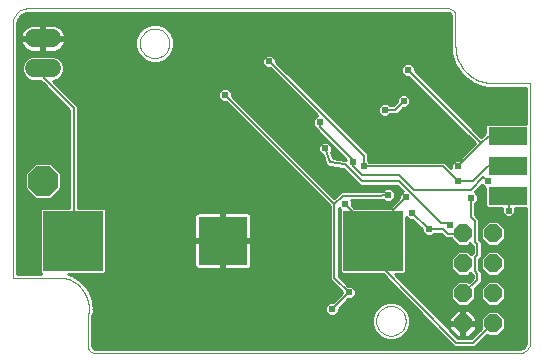
<source format=gtl>
G75*
%MOIN*%
%OFA0B0*%
%FSLAX24Y24*%
%IPPOS*%
%LPD*%
%AMOC8*
5,1,8,0,0,1.08239X$1,22.5*
%
%ADD10C,0.0000*%
%ADD11OC8,0.0600*%
%ADD12OC8,0.1000*%
%ADD13R,0.1300X0.0600*%
%ADD14R,0.1600X0.1600*%
%ADD15R,0.2000X0.2000*%
%ADD16C,0.0600*%
%ADD17C,0.0100*%
%ADD18C,0.0317*%
%ADD19C,0.0277*%
%ADD20C,0.0080*%
%ADD21C,0.0240*%
D10*
X002650Y000550D02*
X002650Y001550D01*
X002663Y001611D01*
X002673Y001672D01*
X002679Y001734D01*
X002681Y001797D01*
X002679Y001859D01*
X002674Y001921D01*
X002665Y001982D01*
X002652Y002043D01*
X002635Y002103D01*
X002615Y002162D01*
X002592Y002220D01*
X002564Y002276D01*
X002534Y002330D01*
X002500Y002383D01*
X002464Y002433D01*
X002424Y002481D01*
X002381Y002527D01*
X002336Y002569D01*
X002289Y002609D01*
X002238Y002647D01*
X002186Y002681D01*
X002132Y002711D01*
X002076Y002739D01*
X002019Y002763D01*
X001960Y002783D01*
X001900Y002800D01*
X000150Y002800D01*
X000150Y011406D01*
X000150Y011300D02*
X000152Y011344D01*
X000158Y011387D01*
X000167Y011429D01*
X000180Y011471D01*
X000197Y011511D01*
X000217Y011550D01*
X000240Y011587D01*
X000267Y011621D01*
X000296Y011654D01*
X000329Y011683D01*
X000363Y011710D01*
X000400Y011733D01*
X000439Y011753D01*
X000479Y011770D01*
X000521Y011783D01*
X000563Y011792D01*
X000606Y011798D01*
X000650Y011800D01*
X014650Y011800D01*
X014680Y011798D01*
X014710Y011793D01*
X014739Y011784D01*
X014766Y011771D01*
X014792Y011756D01*
X014816Y011737D01*
X014837Y011716D01*
X014856Y011692D01*
X014871Y011666D01*
X014884Y011639D01*
X014893Y011610D01*
X014898Y011580D01*
X014900Y011550D01*
X014900Y010550D01*
X014902Y010482D01*
X014907Y010415D01*
X014916Y010348D01*
X014929Y010281D01*
X014946Y010216D01*
X014965Y010151D01*
X014989Y010087D01*
X015016Y010025D01*
X015046Y009964D01*
X015079Y009906D01*
X015115Y009849D01*
X015155Y009794D01*
X015197Y009741D01*
X015243Y009690D01*
X015290Y009643D01*
X015341Y009597D01*
X015394Y009555D01*
X015449Y009515D01*
X015506Y009479D01*
X015564Y009446D01*
X015625Y009416D01*
X015687Y009389D01*
X015751Y009365D01*
X015816Y009346D01*
X015881Y009329D01*
X015948Y009316D01*
X016015Y009307D01*
X016082Y009302D01*
X016150Y009300D01*
X017400Y009300D01*
X017400Y000694D01*
X017398Y000655D01*
X017392Y000617D01*
X017383Y000580D01*
X017370Y000543D01*
X017353Y000508D01*
X017334Y000475D01*
X017311Y000444D01*
X017285Y000415D01*
X017256Y000389D01*
X017225Y000366D01*
X017192Y000347D01*
X017157Y000330D01*
X017120Y000317D01*
X017083Y000308D01*
X017045Y000302D01*
X017006Y000300D01*
X017150Y000300D02*
X002900Y000300D01*
X002870Y000302D01*
X002840Y000307D01*
X002811Y000316D01*
X002784Y000329D01*
X002758Y000344D01*
X002734Y000363D01*
X002713Y000384D01*
X002694Y000408D01*
X002679Y000434D01*
X002666Y000461D01*
X002657Y000490D01*
X002652Y000520D01*
X002650Y000550D01*
X012256Y001383D02*
X012258Y001427D01*
X012264Y001471D01*
X012274Y001514D01*
X012287Y001556D01*
X012305Y001596D01*
X012326Y001635D01*
X012350Y001672D01*
X012377Y001707D01*
X012408Y001739D01*
X012441Y001768D01*
X012477Y001794D01*
X012515Y001816D01*
X012555Y001835D01*
X012596Y001851D01*
X012639Y001863D01*
X012682Y001871D01*
X012726Y001875D01*
X012770Y001875D01*
X012814Y001871D01*
X012857Y001863D01*
X012900Y001851D01*
X012941Y001835D01*
X012981Y001816D01*
X013019Y001794D01*
X013055Y001768D01*
X013088Y001739D01*
X013119Y001707D01*
X013146Y001672D01*
X013170Y001635D01*
X013191Y001596D01*
X013209Y001556D01*
X013222Y001514D01*
X013232Y001471D01*
X013238Y001427D01*
X013240Y001383D01*
X013238Y001339D01*
X013232Y001295D01*
X013222Y001252D01*
X013209Y001210D01*
X013191Y001170D01*
X013170Y001131D01*
X013146Y001094D01*
X013119Y001059D01*
X013088Y001027D01*
X013055Y000998D01*
X013019Y000972D01*
X012981Y000950D01*
X012941Y000931D01*
X012900Y000915D01*
X012857Y000903D01*
X012814Y000895D01*
X012770Y000891D01*
X012726Y000891D01*
X012682Y000895D01*
X012639Y000903D01*
X012596Y000915D01*
X012555Y000931D01*
X012515Y000950D01*
X012477Y000972D01*
X012441Y000998D01*
X012408Y001027D01*
X012377Y001059D01*
X012350Y001094D01*
X012326Y001131D01*
X012305Y001170D01*
X012287Y001210D01*
X012274Y001252D01*
X012264Y001295D01*
X012258Y001339D01*
X012256Y001383D01*
X004382Y010635D02*
X004384Y010679D01*
X004390Y010723D01*
X004400Y010766D01*
X004413Y010808D01*
X004431Y010848D01*
X004452Y010887D01*
X004476Y010924D01*
X004503Y010959D01*
X004534Y010991D01*
X004567Y011020D01*
X004603Y011046D01*
X004641Y011068D01*
X004681Y011087D01*
X004722Y011103D01*
X004765Y011115D01*
X004808Y011123D01*
X004852Y011127D01*
X004896Y011127D01*
X004940Y011123D01*
X004983Y011115D01*
X005026Y011103D01*
X005067Y011087D01*
X005107Y011068D01*
X005145Y011046D01*
X005181Y011020D01*
X005214Y010991D01*
X005245Y010959D01*
X005272Y010924D01*
X005296Y010887D01*
X005317Y010848D01*
X005335Y010808D01*
X005348Y010766D01*
X005358Y010723D01*
X005364Y010679D01*
X005366Y010635D01*
X005364Y010591D01*
X005358Y010547D01*
X005348Y010504D01*
X005335Y010462D01*
X005317Y010422D01*
X005296Y010383D01*
X005272Y010346D01*
X005245Y010311D01*
X005214Y010279D01*
X005181Y010250D01*
X005145Y010224D01*
X005107Y010202D01*
X005067Y010183D01*
X005026Y010167D01*
X004983Y010155D01*
X004940Y010147D01*
X004896Y010143D01*
X004852Y010143D01*
X004808Y010147D01*
X004765Y010155D01*
X004722Y010167D01*
X004681Y010183D01*
X004641Y010202D01*
X004603Y010224D01*
X004567Y010250D01*
X004534Y010279D01*
X004503Y010311D01*
X004476Y010346D01*
X004452Y010383D01*
X004431Y010422D01*
X004413Y010462D01*
X004400Y010504D01*
X004390Y010547D01*
X004384Y010591D01*
X004382Y010635D01*
D11*
X015150Y004300D03*
X016150Y004300D03*
X016150Y003300D03*
X015150Y003300D03*
X015150Y002300D03*
X016150Y002300D03*
X016150Y001300D03*
X015150Y001300D03*
D12*
X001150Y006050D03*
D13*
X016650Y005550D03*
X016650Y006550D03*
X016650Y007550D03*
D14*
X007150Y004050D03*
D15*
X002150Y004050D03*
X012150Y004050D03*
D16*
X001450Y009800D02*
X000850Y009800D01*
X000850Y010800D02*
X001450Y010800D01*
D17*
X001200Y010840D02*
X004264Y010840D01*
X004232Y010762D02*
X004232Y010507D01*
X004330Y010271D01*
X004511Y010090D01*
X004747Y009993D01*
X005002Y009993D01*
X005238Y010090D01*
X005419Y010271D01*
X005517Y010507D01*
X005517Y010762D01*
X005419Y010998D01*
X005238Y011179D01*
X005002Y011277D01*
X004747Y011277D01*
X004511Y011179D01*
X004330Y010998D01*
X004232Y010762D01*
X004232Y010741D02*
X001896Y010741D01*
X001898Y010750D02*
X001200Y010750D01*
X001200Y010850D01*
X001100Y010850D01*
X001100Y011250D01*
X000815Y011250D01*
X000745Y011239D01*
X000677Y011217D01*
X000614Y011185D01*
X000557Y011143D01*
X000507Y011093D01*
X000465Y011036D01*
X000433Y010973D01*
X000411Y010905D01*
X000402Y010850D01*
X001100Y010850D01*
X001100Y010750D01*
X001200Y010750D01*
X001200Y010350D01*
X001485Y010350D01*
X001555Y010361D01*
X001623Y010383D01*
X001686Y010415D01*
X001743Y010457D01*
X001793Y010507D01*
X001835Y010564D01*
X001867Y010627D01*
X001889Y010695D01*
X001898Y010750D01*
X001898Y010850D02*
X001889Y010905D01*
X001867Y010973D01*
X001835Y011036D01*
X001793Y011093D01*
X001743Y011143D01*
X001686Y011185D01*
X001623Y011217D01*
X001555Y011239D01*
X001485Y011250D01*
X001200Y011250D01*
X001200Y010850D01*
X001898Y010850D01*
X001878Y010938D02*
X004305Y010938D01*
X004368Y011037D02*
X001834Y011037D01*
X001751Y011135D02*
X004467Y011135D01*
X004642Y011234D02*
X001572Y011234D01*
X001200Y011234D02*
X001100Y011234D01*
X001100Y011135D02*
X001200Y011135D01*
X001200Y011037D02*
X001100Y011037D01*
X001100Y010938D02*
X001200Y010938D01*
X001100Y010840D02*
X000300Y010840D01*
X000300Y010938D02*
X000422Y010938D01*
X000466Y011037D02*
X000300Y011037D01*
X000300Y011135D02*
X000549Y011135D01*
X000728Y011234D02*
X000300Y011234D01*
X000300Y011300D02*
X000307Y011368D01*
X000359Y011494D01*
X000456Y011591D01*
X000582Y011643D01*
X000650Y011650D01*
X014650Y011650D01*
X014676Y011647D01*
X014721Y011621D01*
X014747Y011576D01*
X014750Y011550D01*
X014750Y010328D01*
X014887Y009906D01*
X015148Y009548D01*
X015506Y009287D01*
X015506Y009287D01*
X015928Y009150D01*
X017250Y009150D01*
X017250Y007960D01*
X015954Y007960D01*
X015890Y007896D01*
X015890Y007642D01*
X015820Y007572D01*
X015760Y007512D01*
X013540Y009732D01*
X013540Y009845D01*
X013405Y009980D01*
X013215Y009980D01*
X013080Y009845D01*
X013080Y009655D01*
X013215Y009520D01*
X013328Y009520D01*
X015548Y007300D01*
X015008Y006760D01*
X014895Y006760D01*
X014760Y006625D01*
X014760Y006482D01*
X014562Y006680D01*
X012015Y006680D01*
X011990Y006705D01*
X011990Y006942D01*
X011902Y007030D01*
X008920Y010012D01*
X008920Y010125D01*
X008785Y010260D01*
X008595Y010260D01*
X008460Y010125D01*
X008460Y009935D01*
X008595Y009800D01*
X008708Y009800D01*
X010278Y008230D01*
X010275Y008230D01*
X010140Y008095D01*
X010140Y007905D01*
X010220Y007825D01*
X010220Y007798D01*
X011260Y006758D01*
X011260Y006750D01*
X011220Y006750D01*
X010824Y006805D01*
X010761Y007003D01*
X010792Y007035D01*
X010792Y007225D01*
X010658Y007360D01*
X010467Y007360D01*
X010333Y007225D01*
X010333Y007035D01*
X010467Y006900D01*
X010479Y006900D01*
X010557Y006657D01*
X010553Y006629D01*
X010575Y006600D01*
X010586Y006565D01*
X010611Y006552D01*
X010628Y006530D01*
X010664Y006525D01*
X010697Y006508D01*
X010723Y006517D01*
X011139Y006458D01*
X011620Y005978D01*
X011708Y005890D01*
X012968Y005890D01*
X013148Y005710D01*
X013030Y005592D01*
X013030Y005479D01*
X012711Y005160D01*
X011532Y005160D01*
X011440Y005252D01*
X011440Y005365D01*
X011405Y005400D01*
X012203Y005400D01*
X012206Y005397D01*
X012264Y005400D01*
X012322Y005400D01*
X012326Y005403D01*
X012492Y005413D01*
X012562Y005343D01*
X012753Y005343D01*
X012887Y005477D01*
X012887Y005668D01*
X012753Y005802D01*
X012562Y005802D01*
X012472Y005712D01*
X012256Y005700D01*
X011078Y005700D01*
X010860Y005482D01*
X007450Y008892D01*
X007450Y009005D01*
X007315Y009140D01*
X007125Y009140D01*
X006990Y009005D01*
X006990Y008815D01*
X007125Y008680D01*
X007238Y008680D01*
X010710Y005208D01*
X010710Y002758D01*
X011120Y002348D01*
X011120Y002312D01*
X010808Y002000D01*
X010695Y002000D01*
X010560Y001865D01*
X010560Y001675D01*
X010695Y001540D01*
X010885Y001540D01*
X011020Y001675D01*
X011020Y001788D01*
X011332Y002100D01*
X011445Y002100D01*
X011580Y002235D01*
X011580Y002425D01*
X011445Y002560D01*
X011332Y002560D01*
X011010Y002882D01*
X011010Y005145D01*
X011050Y005105D01*
X011040Y005096D01*
X011040Y003004D01*
X011104Y002940D01*
X012474Y002940D01*
X014770Y000589D01*
X014770Y000588D01*
X014813Y000545D01*
X014856Y000501D01*
X014857Y000501D01*
X014858Y000500D01*
X014919Y000500D01*
X014980Y000499D01*
X014981Y000500D01*
X015542Y000500D01*
X015956Y000914D01*
X015980Y000890D01*
X016320Y000890D01*
X016560Y001130D01*
X016560Y001470D01*
X016320Y001710D01*
X015980Y001710D01*
X015740Y001470D01*
X015740Y001130D01*
X015744Y001126D01*
X015418Y000800D01*
X014983Y000800D01*
X012893Y002940D01*
X013196Y002940D01*
X013260Y003004D01*
X013260Y004855D01*
X013355Y004760D01*
X013468Y004760D01*
X013780Y004448D01*
X013780Y004335D01*
X013915Y004200D01*
X014105Y004200D01*
X014185Y004280D01*
X014438Y004280D01*
X014490Y004228D01*
X014578Y004140D01*
X014740Y004140D01*
X014740Y004130D01*
X014980Y003890D01*
X015320Y003890D01*
X015400Y003970D01*
X015400Y003948D01*
X015470Y003878D01*
X015470Y003652D01*
X015424Y003606D01*
X015320Y003710D01*
X014980Y003710D01*
X014740Y003470D01*
X014740Y003130D01*
X014980Y002890D01*
X015320Y002890D01*
X015400Y002970D01*
X015400Y002968D01*
X015470Y002898D01*
X015470Y002812D01*
X015344Y002686D01*
X015320Y002710D01*
X014980Y002710D01*
X014740Y002470D01*
X014740Y002130D01*
X014980Y001890D01*
X015320Y001890D01*
X015560Y002130D01*
X015560Y002470D01*
X015556Y002474D01*
X015770Y002688D01*
X015770Y003022D01*
X015700Y003092D01*
X015700Y003458D01*
X015770Y003528D01*
X015770Y004002D01*
X015700Y004072D01*
X015700Y004772D01*
X015612Y004860D01*
X015560Y004912D01*
X015560Y005305D01*
X015640Y005385D01*
X015640Y005575D01*
X015539Y005677D01*
X015560Y005698D01*
X015773Y005911D01*
X015875Y005810D01*
X015890Y005810D01*
X015890Y005204D01*
X015954Y005140D01*
X016440Y005140D01*
X016440Y004965D01*
X016575Y004830D01*
X016765Y004830D01*
X016900Y004965D01*
X016900Y005140D01*
X017250Y005140D01*
X017250Y000694D01*
X015736Y000694D01*
X015638Y000596D02*
X017224Y000596D01*
X017209Y000558D02*
X017142Y000491D01*
X017054Y000455D01*
X017006Y000450D01*
X002900Y000450D01*
X002874Y000453D01*
X002829Y000479D01*
X002803Y000524D01*
X002800Y000550D01*
X002800Y001532D01*
X002841Y001695D01*
X002815Y002068D01*
X002815Y002068D01*
X002675Y002415D01*
X002675Y002415D01*
X002435Y002702D01*
X002118Y002900D01*
X002118Y002900D01*
X001977Y002935D01*
X001972Y002940D01*
X003196Y002940D01*
X003260Y003004D01*
X003260Y005096D01*
X003196Y005160D01*
X002330Y005160D01*
X002330Y008552D01*
X001492Y009390D01*
X001532Y009390D01*
X001682Y009452D01*
X001798Y009568D01*
X001860Y009718D01*
X001860Y009882D01*
X001798Y010032D01*
X001682Y010148D01*
X001532Y010210D01*
X000768Y010210D01*
X000618Y010148D01*
X000502Y010032D01*
X000440Y009882D01*
X000440Y009718D01*
X000502Y009568D01*
X000618Y009452D01*
X000768Y009390D01*
X001068Y009390D01*
X001138Y009320D01*
X002030Y008428D01*
X002030Y005160D01*
X001104Y005160D01*
X001040Y005096D01*
X001040Y003004D01*
X001094Y002950D01*
X000300Y002950D01*
X000300Y011300D01*
X000303Y011332D02*
X014750Y011332D01*
X014750Y011234D02*
X005107Y011234D01*
X005282Y011135D02*
X014750Y011135D01*
X014750Y011037D02*
X005381Y011037D01*
X005444Y010938D02*
X014750Y010938D01*
X014750Y010840D02*
X005485Y010840D01*
X005517Y010741D02*
X014750Y010741D01*
X014750Y010643D02*
X005517Y010643D01*
X005517Y010544D02*
X014750Y010544D01*
X014750Y010446D02*
X005491Y010446D01*
X005450Y010347D02*
X014750Y010347D01*
X014776Y010249D02*
X008797Y010249D01*
X008895Y010150D02*
X014808Y010150D01*
X014840Y010052D02*
X008920Y010052D01*
X008979Y009953D02*
X013188Y009953D01*
X013089Y009855D02*
X009078Y009855D01*
X009176Y009756D02*
X013080Y009756D01*
X013080Y009658D02*
X009275Y009658D01*
X009373Y009559D02*
X013176Y009559D01*
X013387Y009461D02*
X009472Y009461D01*
X009570Y009362D02*
X013486Y009362D01*
X013584Y009264D02*
X009669Y009264D01*
X009767Y009165D02*
X013683Y009165D01*
X013781Y009067D02*
X009866Y009067D01*
X009964Y008968D02*
X013880Y008968D01*
X013978Y008870D02*
X013326Y008870D01*
X013265Y008930D02*
X013075Y008930D01*
X012940Y008795D01*
X012940Y008682D01*
X012828Y008570D01*
X012715Y008570D01*
X012635Y008650D01*
X012445Y008650D01*
X012310Y008515D01*
X012310Y008325D01*
X012445Y008190D01*
X012635Y008190D01*
X012715Y008270D01*
X012952Y008270D01*
X013040Y008358D01*
X013152Y008470D01*
X013265Y008470D01*
X013400Y008605D01*
X013400Y008795D01*
X013265Y008930D01*
X013400Y008771D02*
X014077Y008771D01*
X014175Y008673D02*
X013400Y008673D01*
X013369Y008574D02*
X014274Y008574D01*
X014372Y008476D02*
X013271Y008476D01*
X013059Y008377D02*
X014471Y008377D01*
X014569Y008279D02*
X012961Y008279D01*
X012832Y008574D02*
X012711Y008574D01*
X012930Y008673D02*
X010260Y008673D01*
X010161Y008771D02*
X012940Y008771D01*
X013014Y008870D02*
X010063Y008870D01*
X009835Y008673D02*
X007670Y008673D01*
X007571Y008771D02*
X009737Y008771D01*
X009638Y008870D02*
X007473Y008870D01*
X007450Y008968D02*
X009540Y008968D01*
X009441Y009067D02*
X007389Y009067D01*
X007051Y009067D02*
X001816Y009067D01*
X001717Y009165D02*
X009343Y009165D01*
X009244Y009264D02*
X001619Y009264D01*
X001520Y009362D02*
X009146Y009362D01*
X009047Y009461D02*
X001690Y009461D01*
X001789Y009559D02*
X008949Y009559D01*
X008850Y009658D02*
X001835Y009658D01*
X001860Y009756D02*
X008752Y009756D01*
X008540Y009855D02*
X001860Y009855D01*
X001830Y009953D02*
X008460Y009953D01*
X008460Y010052D02*
X005145Y010052D01*
X005298Y010150D02*
X008485Y010150D01*
X008583Y010249D02*
X005396Y010249D01*
X004604Y010052D02*
X001778Y010052D01*
X001676Y010150D02*
X004451Y010150D01*
X004352Y010249D02*
X000300Y010249D01*
X000300Y010347D02*
X004299Y010347D01*
X004258Y010446D02*
X001728Y010446D01*
X001820Y010544D02*
X004232Y010544D01*
X004232Y010643D02*
X001872Y010643D01*
X001200Y010643D02*
X001100Y010643D01*
X001100Y010741D02*
X001200Y010741D01*
X001100Y010750D02*
X001100Y010350D01*
X000815Y010350D01*
X000745Y010361D01*
X000677Y010383D01*
X000614Y010415D01*
X000557Y010457D01*
X000507Y010507D01*
X000465Y010564D01*
X000433Y010627D01*
X000411Y010695D01*
X000402Y010750D01*
X001100Y010750D01*
X001100Y010544D02*
X001200Y010544D01*
X001200Y010446D02*
X001100Y010446D01*
X000572Y010446D02*
X000300Y010446D01*
X000300Y010544D02*
X000480Y010544D01*
X000428Y010643D02*
X000300Y010643D01*
X000300Y010741D02*
X000404Y010741D01*
X000300Y010150D02*
X000624Y010150D01*
X000522Y010052D02*
X000300Y010052D01*
X000300Y009953D02*
X000470Y009953D01*
X000440Y009855D02*
X000300Y009855D01*
X000300Y009756D02*
X000440Y009756D01*
X000465Y009658D02*
X000300Y009658D01*
X000300Y009559D02*
X000511Y009559D01*
X000610Y009461D02*
X000300Y009461D01*
X000300Y009362D02*
X001096Y009362D01*
X001194Y009264D02*
X000300Y009264D01*
X000300Y009165D02*
X001293Y009165D01*
X001391Y009067D02*
X000300Y009067D01*
X000300Y008968D02*
X001490Y008968D01*
X001588Y008870D02*
X000300Y008870D01*
X000300Y008771D02*
X001687Y008771D01*
X001785Y008673D02*
X000300Y008673D01*
X000300Y008574D02*
X001884Y008574D01*
X001982Y008476D02*
X000300Y008476D01*
X000300Y008377D02*
X002030Y008377D01*
X002030Y008279D02*
X000300Y008279D01*
X000300Y008180D02*
X002030Y008180D01*
X002030Y008082D02*
X000300Y008082D01*
X000300Y007983D02*
X002030Y007983D01*
X002030Y007885D02*
X000300Y007885D01*
X000300Y007786D02*
X002030Y007786D01*
X002030Y007688D02*
X000300Y007688D01*
X000300Y007589D02*
X002030Y007589D01*
X002030Y007491D02*
X000300Y007491D01*
X000300Y007392D02*
X002030Y007392D01*
X002030Y007294D02*
X000300Y007294D01*
X000300Y007195D02*
X002030Y007195D01*
X002030Y007097D02*
X000300Y007097D01*
X000300Y006998D02*
X002030Y006998D01*
X002030Y006900D02*
X000300Y006900D01*
X000300Y006801D02*
X002030Y006801D01*
X002030Y006703D02*
X000300Y006703D01*
X000300Y006604D02*
X000841Y006604D01*
X000897Y006660D02*
X000540Y006303D01*
X000540Y005797D01*
X000897Y005440D01*
X001403Y005440D01*
X001760Y005797D01*
X001760Y006303D01*
X001403Y006660D01*
X000897Y006660D01*
X000743Y006506D02*
X000300Y006506D01*
X000300Y006407D02*
X000644Y006407D01*
X000546Y006309D02*
X000300Y006309D01*
X000300Y006210D02*
X000540Y006210D01*
X000540Y006112D02*
X000300Y006112D01*
X000300Y006013D02*
X000540Y006013D01*
X000540Y005915D02*
X000300Y005915D01*
X000300Y005816D02*
X000540Y005816D01*
X000620Y005718D02*
X000300Y005718D01*
X000300Y005619D02*
X000718Y005619D01*
X000817Y005521D02*
X000300Y005521D01*
X000300Y005422D02*
X002030Y005422D01*
X002030Y005324D02*
X000300Y005324D01*
X000300Y005225D02*
X002030Y005225D01*
X002330Y005225D02*
X010693Y005225D01*
X010710Y005127D02*
X003229Y005127D01*
X003260Y005028D02*
X010710Y005028D01*
X010710Y004930D02*
X008077Y004930D01*
X008070Y004942D02*
X008042Y004970D01*
X008008Y004990D01*
X007970Y005000D01*
X007200Y005000D01*
X007200Y004100D01*
X007100Y004100D01*
X007100Y005000D01*
X006330Y005000D01*
X006292Y004990D01*
X006258Y004970D01*
X006230Y004942D01*
X006210Y004908D01*
X006200Y004870D01*
X006200Y004100D01*
X007100Y004100D01*
X007100Y004000D01*
X006200Y004000D01*
X006200Y003230D01*
X006210Y003192D01*
X006230Y003158D01*
X006258Y003130D01*
X006292Y003110D01*
X006330Y003100D01*
X007100Y003100D01*
X007100Y004000D01*
X007200Y004000D01*
X007200Y004100D01*
X008100Y004100D01*
X008100Y004870D01*
X008090Y004908D01*
X008070Y004942D01*
X008100Y004831D02*
X010710Y004831D01*
X010710Y004733D02*
X008100Y004733D01*
X008100Y004634D02*
X010710Y004634D01*
X010710Y004536D02*
X008100Y004536D01*
X008100Y004437D02*
X010710Y004437D01*
X010710Y004339D02*
X008100Y004339D01*
X008100Y004240D02*
X010710Y004240D01*
X010710Y004142D02*
X008100Y004142D01*
X008100Y004000D02*
X007200Y004000D01*
X007200Y003100D01*
X007970Y003100D01*
X008008Y003110D01*
X008042Y003130D01*
X008070Y003158D01*
X008090Y003192D01*
X008100Y003230D01*
X008100Y004000D01*
X008100Y003945D02*
X010710Y003945D01*
X010710Y004043D02*
X007200Y004043D01*
X007200Y003945D02*
X007100Y003945D01*
X007100Y004043D02*
X003260Y004043D01*
X003260Y003945D02*
X006200Y003945D01*
X006200Y003846D02*
X003260Y003846D01*
X003260Y003748D02*
X006200Y003748D01*
X006200Y003649D02*
X003260Y003649D01*
X003260Y003551D02*
X006200Y003551D01*
X006200Y003452D02*
X003260Y003452D01*
X003260Y003354D02*
X006200Y003354D01*
X006200Y003255D02*
X003260Y003255D01*
X003260Y003157D02*
X006231Y003157D01*
X007100Y003157D02*
X007200Y003157D01*
X007200Y003255D02*
X007100Y003255D01*
X007100Y003354D02*
X007200Y003354D01*
X007200Y003452D02*
X007100Y003452D01*
X007100Y003551D02*
X007200Y003551D01*
X007200Y003649D02*
X007100Y003649D01*
X007100Y003748D02*
X007200Y003748D01*
X007200Y003846D02*
X007100Y003846D01*
X007100Y004142D02*
X007200Y004142D01*
X007200Y004240D02*
X007100Y004240D01*
X007100Y004339D02*
X007200Y004339D01*
X007200Y004437D02*
X007100Y004437D01*
X007100Y004536D02*
X007200Y004536D01*
X007200Y004634D02*
X007100Y004634D01*
X007100Y004733D02*
X007200Y004733D01*
X007200Y004831D02*
X007100Y004831D01*
X007100Y004930D02*
X007200Y004930D01*
X006223Y004930D02*
X003260Y004930D01*
X003260Y004831D02*
X006200Y004831D01*
X006200Y004733D02*
X003260Y004733D01*
X003260Y004634D02*
X006200Y004634D01*
X006200Y004536D02*
X003260Y004536D01*
X003260Y004437D02*
X006200Y004437D01*
X006200Y004339D02*
X003260Y004339D01*
X003260Y004240D02*
X006200Y004240D01*
X006200Y004142D02*
X003260Y004142D01*
X003260Y003058D02*
X010710Y003058D01*
X010710Y002960D02*
X003215Y002960D01*
X002632Y002467D02*
X011001Y002467D01*
X011099Y002369D02*
X002694Y002369D01*
X002734Y002270D02*
X011078Y002270D01*
X010979Y002172D02*
X002773Y002172D01*
X002813Y002073D02*
X010881Y002073D01*
X011207Y001975D02*
X012499Y001975D01*
X012385Y001927D02*
X012621Y002025D01*
X012876Y002025D01*
X013112Y001927D01*
X013293Y001746D01*
X013391Y001510D01*
X013391Y001255D01*
X013293Y001019D01*
X013112Y000838D01*
X012876Y000741D01*
X012621Y000741D01*
X012385Y000838D01*
X012204Y001019D01*
X012106Y001255D01*
X012106Y001510D01*
X012204Y001746D01*
X012385Y001927D01*
X012334Y001876D02*
X011108Y001876D01*
X011020Y001778D02*
X012235Y001778D01*
X012176Y001679D02*
X011020Y001679D01*
X010926Y001581D02*
X012135Y001581D01*
X012106Y001482D02*
X002800Y001482D01*
X002800Y001384D02*
X012106Y001384D01*
X012106Y001285D02*
X002800Y001285D01*
X002800Y001187D02*
X012135Y001187D01*
X012175Y001088D02*
X002800Y001088D01*
X002800Y000990D02*
X012233Y000990D01*
X012332Y000891D02*
X002800Y000891D01*
X002800Y000793D02*
X012495Y000793D01*
X013002Y000793D02*
X014571Y000793D01*
X014475Y000891D02*
X013165Y000891D01*
X013263Y000990D02*
X014379Y000990D01*
X014283Y001088D02*
X013321Y001088D01*
X013362Y001187D02*
X014186Y001187D01*
X014090Y001285D02*
X013391Y001285D01*
X013391Y001384D02*
X013994Y001384D01*
X013898Y001482D02*
X013391Y001482D01*
X013362Y001581D02*
X013802Y001581D01*
X013705Y001679D02*
X013321Y001679D01*
X013262Y001778D02*
X013609Y001778D01*
X013513Y001876D02*
X013163Y001876D01*
X012998Y001975D02*
X013417Y001975D01*
X013321Y002073D02*
X011305Y002073D01*
X011517Y002172D02*
X013224Y002172D01*
X013128Y002270D02*
X011580Y002270D01*
X011580Y002369D02*
X013032Y002369D01*
X012936Y002467D02*
X011538Y002467D01*
X011327Y002566D02*
X012840Y002566D01*
X012744Y002664D02*
X011228Y002664D01*
X011130Y002763D02*
X012647Y002763D01*
X012551Y002861D02*
X011031Y002861D01*
X011010Y002960D02*
X011085Y002960D01*
X011040Y003058D02*
X011010Y003058D01*
X011010Y003157D02*
X011040Y003157D01*
X011040Y003255D02*
X011010Y003255D01*
X011010Y003354D02*
X011040Y003354D01*
X011040Y003452D02*
X011010Y003452D01*
X011010Y003551D02*
X011040Y003551D01*
X011040Y003649D02*
X011010Y003649D01*
X011010Y003748D02*
X011040Y003748D01*
X011040Y003846D02*
X011010Y003846D01*
X011010Y003945D02*
X011040Y003945D01*
X011040Y004043D02*
X011010Y004043D01*
X011010Y004142D02*
X011040Y004142D01*
X011040Y004240D02*
X011010Y004240D01*
X011010Y004339D02*
X011040Y004339D01*
X011040Y004437D02*
X011010Y004437D01*
X011010Y004536D02*
X011040Y004536D01*
X011040Y004634D02*
X011010Y004634D01*
X011010Y004733D02*
X011040Y004733D01*
X011040Y004831D02*
X011010Y004831D01*
X011010Y004930D02*
X011040Y004930D01*
X011040Y005028D02*
X011010Y005028D01*
X011010Y005127D02*
X011028Y005127D01*
X010594Y005324D02*
X002330Y005324D01*
X002330Y005422D02*
X010496Y005422D01*
X010397Y005521D02*
X002330Y005521D01*
X002330Y005619D02*
X010299Y005619D01*
X010200Y005718D02*
X002330Y005718D01*
X002330Y005816D02*
X010102Y005816D01*
X010003Y005915D02*
X002330Y005915D01*
X002330Y006013D02*
X009905Y006013D01*
X009806Y006112D02*
X002330Y006112D01*
X002330Y006210D02*
X009708Y006210D01*
X009609Y006309D02*
X002330Y006309D01*
X002330Y006407D02*
X009511Y006407D01*
X009412Y006506D02*
X002330Y006506D01*
X002330Y006604D02*
X009314Y006604D01*
X009215Y006703D02*
X002330Y006703D01*
X002330Y006801D02*
X009117Y006801D01*
X009018Y006900D02*
X002330Y006900D01*
X002330Y006998D02*
X008920Y006998D01*
X008821Y007097D02*
X002330Y007097D01*
X002330Y007195D02*
X008723Y007195D01*
X008624Y007294D02*
X002330Y007294D01*
X002330Y007392D02*
X008526Y007392D01*
X008427Y007491D02*
X002330Y007491D01*
X002330Y007589D02*
X008329Y007589D01*
X008230Y007688D02*
X002330Y007688D01*
X002330Y007786D02*
X008132Y007786D01*
X008033Y007885D02*
X002330Y007885D01*
X002330Y007983D02*
X007935Y007983D01*
X007836Y008082D02*
X002330Y008082D01*
X002330Y008180D02*
X007738Y008180D01*
X007639Y008279D02*
X002330Y008279D01*
X002330Y008377D02*
X007541Y008377D01*
X007442Y008476D02*
X002330Y008476D01*
X002308Y008574D02*
X007344Y008574D01*
X007245Y008673D02*
X002210Y008673D01*
X002111Y008771D02*
X007034Y008771D01*
X006990Y008870D02*
X002013Y008870D01*
X001914Y008968D02*
X006990Y008968D01*
X007768Y008574D02*
X009934Y008574D01*
X010032Y008476D02*
X007867Y008476D01*
X007965Y008377D02*
X010131Y008377D01*
X010229Y008279D02*
X008064Y008279D01*
X008162Y008180D02*
X010225Y008180D01*
X010140Y008082D02*
X008261Y008082D01*
X008359Y007983D02*
X010140Y007983D01*
X010160Y007885D02*
X008458Y007885D01*
X008556Y007786D02*
X010232Y007786D01*
X010330Y007688D02*
X008655Y007688D01*
X008753Y007589D02*
X010429Y007589D01*
X010527Y007491D02*
X008852Y007491D01*
X008950Y007392D02*
X010626Y007392D01*
X010724Y007294D02*
X010724Y007294D01*
X010792Y007195D02*
X010823Y007195D01*
X010792Y007097D02*
X010921Y007097D01*
X011020Y006998D02*
X010762Y006998D01*
X010794Y006900D02*
X011118Y006900D01*
X011217Y006801D02*
X010856Y006801D01*
X010542Y006703D02*
X009640Y006703D01*
X009541Y006801D02*
X010510Y006801D01*
X010479Y006900D02*
X009443Y006900D01*
X009344Y006998D02*
X010369Y006998D01*
X010333Y007097D02*
X009246Y007097D01*
X009147Y007195D02*
X010333Y007195D01*
X010401Y007294D02*
X009049Y007294D01*
X009738Y006604D02*
X010572Y006604D01*
X010803Y006506D02*
X009837Y006506D01*
X009935Y006407D02*
X011191Y006407D01*
X011289Y006309D02*
X010034Y006309D01*
X010132Y006210D02*
X011388Y006210D01*
X011486Y006112D02*
X010231Y006112D01*
X010329Y006013D02*
X011585Y006013D01*
X011683Y005915D02*
X010428Y005915D01*
X010526Y005816D02*
X013042Y005816D01*
X013140Y005718D02*
X012838Y005718D01*
X012887Y005619D02*
X013057Y005619D01*
X013030Y005521D02*
X012887Y005521D01*
X012832Y005422D02*
X012973Y005422D01*
X012875Y005324D02*
X011440Y005324D01*
X011467Y005225D02*
X012776Y005225D01*
X013260Y004831D02*
X013284Y004831D01*
X013260Y004733D02*
X013495Y004733D01*
X013594Y004634D02*
X013260Y004634D01*
X013260Y004536D02*
X013692Y004536D01*
X013780Y004437D02*
X013260Y004437D01*
X013260Y004339D02*
X013780Y004339D01*
X013875Y004240D02*
X013260Y004240D01*
X013260Y004142D02*
X014576Y004142D01*
X014478Y004240D02*
X014145Y004240D01*
X014827Y004043D02*
X013260Y004043D01*
X013260Y003945D02*
X014926Y003945D01*
X014919Y003649D02*
X013260Y003649D01*
X013260Y003551D02*
X014821Y003551D01*
X014740Y003452D02*
X013260Y003452D01*
X013260Y003354D02*
X014740Y003354D01*
X014740Y003255D02*
X013260Y003255D01*
X013260Y003157D02*
X014740Y003157D01*
X014812Y003058D02*
X013260Y003058D01*
X013215Y002960D02*
X014911Y002960D01*
X014934Y002664D02*
X013163Y002664D01*
X013259Y002566D02*
X014836Y002566D01*
X014740Y002467D02*
X013355Y002467D01*
X013451Y002369D02*
X014740Y002369D01*
X014740Y002270D02*
X013548Y002270D01*
X013644Y002172D02*
X014740Y002172D01*
X014797Y002073D02*
X013740Y002073D01*
X013836Y001975D02*
X014896Y001975D01*
X014964Y001750D02*
X014700Y001486D01*
X014700Y001350D01*
X015100Y001350D01*
X015100Y001750D01*
X014964Y001750D01*
X014893Y001679D02*
X014125Y001679D01*
X014221Y001581D02*
X014794Y001581D01*
X014700Y001482D02*
X014317Y001482D01*
X014413Y001384D02*
X014700Y001384D01*
X014700Y001250D02*
X014700Y001114D01*
X014964Y000850D01*
X015100Y000850D01*
X015100Y001250D01*
X014700Y001250D01*
X014700Y001187D02*
X014606Y001187D01*
X014510Y001285D02*
X015100Y001285D01*
X015100Y001250D02*
X015100Y001350D01*
X015200Y001350D01*
X015200Y001750D01*
X015336Y001750D01*
X015600Y001486D01*
X015600Y001350D01*
X015200Y001350D01*
X015200Y001250D01*
X015600Y001250D01*
X015600Y001114D01*
X015336Y000850D01*
X015200Y000850D01*
X015200Y001250D01*
X015100Y001250D01*
X015100Y001187D02*
X015200Y001187D01*
X015200Y001285D02*
X015740Y001285D01*
X015740Y001187D02*
X015600Y001187D01*
X015574Y001088D02*
X015706Y001088D01*
X015607Y000990D02*
X015476Y000990D01*
X015509Y000891D02*
X015377Y000891D01*
X015200Y000891D02*
X015100Y000891D01*
X015100Y000990D02*
X015200Y000990D01*
X015200Y001088D02*
X015100Y001088D01*
X014824Y000990D02*
X014798Y000990D01*
X014726Y001088D02*
X014702Y001088D01*
X014894Y000891D02*
X014923Y000891D01*
X014667Y000694D02*
X002800Y000694D01*
X002800Y000596D02*
X014764Y000596D01*
X015835Y000793D02*
X017250Y000793D01*
X017250Y000891D02*
X016321Y000891D01*
X016419Y000990D02*
X017250Y000990D01*
X017250Y001088D02*
X016518Y001088D01*
X016560Y001187D02*
X017250Y001187D01*
X017250Y001285D02*
X016560Y001285D01*
X016560Y001384D02*
X017250Y001384D01*
X017250Y001482D02*
X016548Y001482D01*
X016449Y001581D02*
X017250Y001581D01*
X017250Y001679D02*
X016351Y001679D01*
X016320Y001890D02*
X016560Y002130D01*
X016560Y002470D01*
X016320Y002710D01*
X015980Y002710D01*
X015740Y002470D01*
X015740Y002130D01*
X015980Y001890D01*
X016320Y001890D01*
X016404Y001975D02*
X017250Y001975D01*
X017250Y002073D02*
X016503Y002073D01*
X016560Y002172D02*
X017250Y002172D01*
X017250Y002270D02*
X016560Y002270D01*
X016560Y002369D02*
X017250Y002369D01*
X017250Y002467D02*
X016560Y002467D01*
X016464Y002566D02*
X017250Y002566D01*
X017250Y002664D02*
X016366Y002664D01*
X016320Y002890D02*
X015980Y002890D01*
X015740Y003130D01*
X015740Y003470D01*
X015980Y003710D01*
X016320Y003710D01*
X016560Y003470D01*
X016560Y003130D01*
X016320Y002890D01*
X016389Y002960D02*
X017250Y002960D01*
X017250Y003058D02*
X016488Y003058D01*
X016560Y003157D02*
X017250Y003157D01*
X017250Y003255D02*
X016560Y003255D01*
X016560Y003354D02*
X017250Y003354D01*
X017250Y003452D02*
X016560Y003452D01*
X016479Y003551D02*
X017250Y003551D01*
X017250Y003649D02*
X016381Y003649D01*
X016320Y003890D02*
X016560Y004130D01*
X016560Y004470D01*
X016320Y004710D01*
X015980Y004710D01*
X015740Y004470D01*
X015740Y004130D01*
X015980Y003890D01*
X016320Y003890D01*
X016374Y003945D02*
X017250Y003945D01*
X017250Y004043D02*
X016473Y004043D01*
X016560Y004142D02*
X017250Y004142D01*
X017250Y004240D02*
X016560Y004240D01*
X016560Y004339D02*
X017250Y004339D01*
X017250Y004437D02*
X016560Y004437D01*
X016494Y004536D02*
X017250Y004536D01*
X017250Y004634D02*
X016396Y004634D01*
X016574Y004831D02*
X015641Y004831D01*
X015700Y004733D02*
X017250Y004733D01*
X017250Y004831D02*
X016766Y004831D01*
X016865Y004930D02*
X017250Y004930D01*
X017250Y005028D02*
X016900Y005028D01*
X016900Y005127D02*
X017250Y005127D01*
X016475Y004930D02*
X015560Y004930D01*
X015560Y005028D02*
X016440Y005028D01*
X016440Y005127D02*
X015560Y005127D01*
X015560Y005225D02*
X015890Y005225D01*
X015890Y005324D02*
X015579Y005324D01*
X015640Y005422D02*
X015890Y005422D01*
X015890Y005521D02*
X015640Y005521D01*
X015596Y005619D02*
X015890Y005619D01*
X015890Y005718D02*
X015580Y005718D01*
X015678Y005816D02*
X015869Y005816D01*
X014760Y006506D02*
X014737Y006506D01*
X014760Y006604D02*
X014638Y006604D01*
X014837Y006703D02*
X011993Y006703D01*
X011990Y006801D02*
X015049Y006801D01*
X015147Y006900D02*
X011990Y006900D01*
X011934Y006998D02*
X015246Y006998D01*
X015344Y007097D02*
X011836Y007097D01*
X011737Y007195D02*
X015443Y007195D01*
X015541Y007294D02*
X011639Y007294D01*
X011540Y007392D02*
X015456Y007392D01*
X015357Y007491D02*
X011442Y007491D01*
X011343Y007589D02*
X015259Y007589D01*
X015160Y007688D02*
X011245Y007688D01*
X011146Y007786D02*
X015062Y007786D01*
X014963Y007885D02*
X011048Y007885D01*
X010949Y007983D02*
X014865Y007983D01*
X014766Y008082D02*
X010851Y008082D01*
X010752Y008180D02*
X014668Y008180D01*
X014895Y008377D02*
X017250Y008377D01*
X017250Y008279D02*
X014994Y008279D01*
X015092Y008180D02*
X017250Y008180D01*
X017250Y008082D02*
X015191Y008082D01*
X015289Y007983D02*
X017250Y007983D01*
X017250Y008476D02*
X014797Y008476D01*
X014698Y008574D02*
X017250Y008574D01*
X017250Y008673D02*
X014600Y008673D01*
X014501Y008771D02*
X017250Y008771D01*
X017250Y008870D02*
X014403Y008870D01*
X014304Y008968D02*
X017250Y008968D01*
X017250Y009067D02*
X014206Y009067D01*
X014107Y009165D02*
X015882Y009165D01*
X015579Y009264D02*
X014009Y009264D01*
X013910Y009362D02*
X015403Y009362D01*
X015268Y009461D02*
X013812Y009461D01*
X013713Y009559D02*
X015139Y009559D01*
X015148Y009548D02*
X015148Y009548D01*
X015148Y009548D01*
X015068Y009658D02*
X013615Y009658D01*
X013540Y009756D02*
X014996Y009756D01*
X014925Y009855D02*
X013531Y009855D01*
X013432Y009953D02*
X014872Y009953D01*
X014887Y009906D02*
X014887Y009906D01*
X014750Y011431D02*
X000333Y011431D01*
X000394Y011529D02*
X014750Y011529D01*
X014709Y011628D02*
X000544Y011628D01*
X001459Y006604D02*
X002030Y006604D01*
X002030Y006506D02*
X001557Y006506D01*
X001656Y006407D02*
X002030Y006407D01*
X002030Y006309D02*
X001754Y006309D01*
X001760Y006210D02*
X002030Y006210D01*
X002030Y006112D02*
X001760Y006112D01*
X001760Y006013D02*
X002030Y006013D01*
X002030Y005915D02*
X001760Y005915D01*
X001760Y005816D02*
X002030Y005816D01*
X002030Y005718D02*
X001680Y005718D01*
X001582Y005619D02*
X002030Y005619D01*
X002030Y005521D02*
X001483Y005521D01*
X001071Y005127D02*
X000300Y005127D01*
X000300Y005028D02*
X001040Y005028D01*
X001040Y004930D02*
X000300Y004930D01*
X000300Y004831D02*
X001040Y004831D01*
X001040Y004733D02*
X000300Y004733D01*
X000300Y004634D02*
X001040Y004634D01*
X001040Y004536D02*
X000300Y004536D01*
X000300Y004437D02*
X001040Y004437D01*
X001040Y004339D02*
X000300Y004339D01*
X000300Y004240D02*
X001040Y004240D01*
X001040Y004142D02*
X000300Y004142D01*
X000300Y004043D02*
X001040Y004043D01*
X001040Y003945D02*
X000300Y003945D01*
X000300Y003846D02*
X001040Y003846D01*
X001040Y003748D02*
X000300Y003748D01*
X000300Y003649D02*
X001040Y003649D01*
X001040Y003551D02*
X000300Y003551D01*
X000300Y003452D02*
X001040Y003452D01*
X001040Y003354D02*
X000300Y003354D01*
X000300Y003255D02*
X001040Y003255D01*
X001040Y003157D02*
X000300Y003157D01*
X000300Y003058D02*
X001040Y003058D01*
X001085Y002960D02*
X000300Y002960D01*
X002180Y002861D02*
X010710Y002861D01*
X010710Y002763D02*
X002338Y002763D01*
X002435Y002702D02*
X002435Y002702D01*
X002435Y002702D01*
X002467Y002664D02*
X010804Y002664D01*
X010902Y002566D02*
X002549Y002566D01*
X002822Y001975D02*
X010669Y001975D01*
X010571Y001876D02*
X002828Y001876D01*
X002835Y001778D02*
X010560Y001778D01*
X010560Y001679D02*
X002837Y001679D01*
X002841Y001695D02*
X002841Y001695D01*
X002812Y001581D02*
X010654Y001581D01*
X010710Y003157D02*
X008069Y003157D01*
X008100Y003255D02*
X010710Y003255D01*
X010710Y003354D02*
X008100Y003354D01*
X008100Y003452D02*
X010710Y003452D01*
X010710Y003551D02*
X008100Y003551D01*
X008100Y003649D02*
X010710Y003649D01*
X010710Y003748D02*
X008100Y003748D01*
X008100Y003846D02*
X010710Y003846D01*
X012970Y002861D02*
X015470Y002861D01*
X015420Y002763D02*
X013067Y002763D01*
X013260Y003748D02*
X015470Y003748D01*
X015470Y003846D02*
X013260Y003846D01*
X015374Y003945D02*
X015403Y003945D01*
X015729Y004043D02*
X015827Y004043D01*
X015770Y003945D02*
X015926Y003945D01*
X015770Y003846D02*
X017250Y003846D01*
X017250Y003748D02*
X015770Y003748D01*
X015770Y003649D02*
X015919Y003649D01*
X015821Y003551D02*
X015770Y003551D01*
X015740Y003452D02*
X015700Y003452D01*
X015700Y003354D02*
X015740Y003354D01*
X015740Y003255D02*
X015700Y003255D01*
X015700Y003157D02*
X015740Y003157D01*
X015734Y003058D02*
X015812Y003058D01*
X015770Y002960D02*
X015911Y002960D01*
X015770Y002861D02*
X017250Y002861D01*
X017250Y002763D02*
X015770Y002763D01*
X015746Y002664D02*
X015934Y002664D01*
X015836Y002566D02*
X015648Y002566D01*
X015560Y002467D02*
X015740Y002467D01*
X015740Y002369D02*
X015560Y002369D01*
X015560Y002270D02*
X015740Y002270D01*
X015740Y002172D02*
X015560Y002172D01*
X015503Y002073D02*
X015797Y002073D01*
X015896Y001975D02*
X015404Y001975D01*
X015407Y001679D02*
X015949Y001679D01*
X015851Y001581D02*
X015506Y001581D01*
X015600Y001482D02*
X015752Y001482D01*
X015740Y001384D02*
X015600Y001384D01*
X015200Y001384D02*
X015100Y001384D01*
X015100Y001482D02*
X015200Y001482D01*
X015200Y001581D02*
X015100Y001581D01*
X015100Y001679D02*
X015200Y001679D01*
X015933Y000891D02*
X015979Y000891D01*
X017148Y000497D02*
X002819Y000497D01*
X010625Y005718D02*
X012477Y005718D01*
X010997Y005619D02*
X010723Y005619D01*
X010822Y005521D02*
X010898Y005521D01*
X010654Y008279D02*
X012356Y008279D01*
X012310Y008377D02*
X010555Y008377D01*
X010457Y008476D02*
X012310Y008476D01*
X012369Y008574D02*
X010358Y008574D01*
X015388Y007885D02*
X015890Y007885D01*
X015890Y007786D02*
X015486Y007786D01*
X015585Y007688D02*
X015890Y007688D01*
X015837Y007589D02*
X015683Y007589D01*
X015700Y004634D02*
X015904Y004634D01*
X015806Y004536D02*
X015700Y004536D01*
X015700Y004437D02*
X015740Y004437D01*
X015740Y004339D02*
X015700Y004339D01*
X015700Y004240D02*
X015740Y004240D01*
X015740Y004142D02*
X015700Y004142D01*
X015467Y003649D02*
X015381Y003649D01*
X015389Y002960D02*
X015408Y002960D01*
X013932Y001876D02*
X017250Y001876D01*
X017250Y001778D02*
X014029Y001778D01*
X017250Y000694D02*
X017245Y000646D01*
X017209Y000558D01*
D18*
X010650Y006050D03*
X014150Y007050D03*
X014900Y009050D03*
X012150Y010300D03*
X008150Y002800D03*
D19*
X012650Y002613D03*
D20*
X012315Y003318D02*
X014920Y000650D01*
X015480Y000650D01*
X016110Y001280D01*
X016150Y001300D01*
X015200Y002330D02*
X015150Y002300D01*
X015200Y002330D02*
X015620Y002750D01*
X015620Y002960D01*
X015550Y003030D01*
X015550Y003520D01*
X015620Y003590D01*
X015620Y003940D01*
X015550Y004010D01*
X015550Y004710D01*
X015410Y004850D01*
X015410Y005480D01*
X015410Y005760D02*
X013520Y005760D01*
X013030Y006250D01*
X011770Y006250D01*
X011490Y006530D01*
X011490Y006670D01*
X011490Y006740D01*
X010370Y007860D01*
X010370Y008000D01*
X010563Y007130D02*
X010710Y006670D01*
X011210Y006600D01*
X011770Y006040D01*
X013030Y006040D01*
X014430Y004640D01*
X014640Y004640D01*
X014710Y004570D01*
X014500Y004430D02*
X014640Y004290D01*
X015130Y004290D01*
X015150Y004300D01*
X014500Y004430D02*
X014010Y004430D01*
X013450Y004990D01*
X013260Y005497D02*
X012138Y004375D01*
X012150Y004050D01*
X012190Y004010D01*
X012315Y003318D01*
X012150Y004050D02*
X012120Y004080D01*
X012120Y004360D01*
X011210Y005270D01*
X011140Y005550D02*
X010860Y005270D01*
X007220Y008910D01*
X008690Y010030D02*
X011840Y006880D01*
X011840Y006530D01*
X014500Y006530D01*
X014990Y006040D01*
X015480Y006040D01*
X015970Y006530D01*
X016600Y006530D01*
X016650Y006550D01*
X015970Y006040D02*
X015830Y006180D01*
X015410Y005760D01*
X014990Y006530D02*
X015760Y007300D01*
X013310Y009750D01*
X013170Y008700D02*
X012890Y008420D01*
X012540Y008420D01*
X015760Y007300D02*
X015970Y007510D01*
X016600Y007510D01*
X016650Y007550D01*
X016670Y005550D02*
X016650Y005550D01*
X016670Y005550D02*
X016670Y005060D01*
X012658Y005573D02*
X012260Y005550D01*
X011140Y005550D01*
X010860Y005270D02*
X010860Y002820D01*
X011350Y002330D01*
X010790Y001770D01*
X002180Y004080D02*
X002150Y004050D01*
X002180Y004080D02*
X002180Y008490D01*
X001200Y009470D01*
X001200Y009750D01*
X001150Y009800D01*
D21*
X007220Y008910D03*
X008690Y010030D03*
X010370Y008000D03*
X010563Y007130D03*
X011490Y006670D03*
X011840Y006530D03*
X012658Y005573D03*
X013260Y005497D03*
X013450Y004990D03*
X014010Y004430D03*
X014710Y004570D03*
X015410Y005480D03*
X014990Y006040D03*
X014990Y006530D03*
X015970Y006040D03*
X016670Y005060D03*
X012540Y008420D03*
X013170Y008700D03*
X013310Y009750D03*
X011210Y005270D03*
X011350Y002330D03*
X010790Y001770D03*
M02*

</source>
